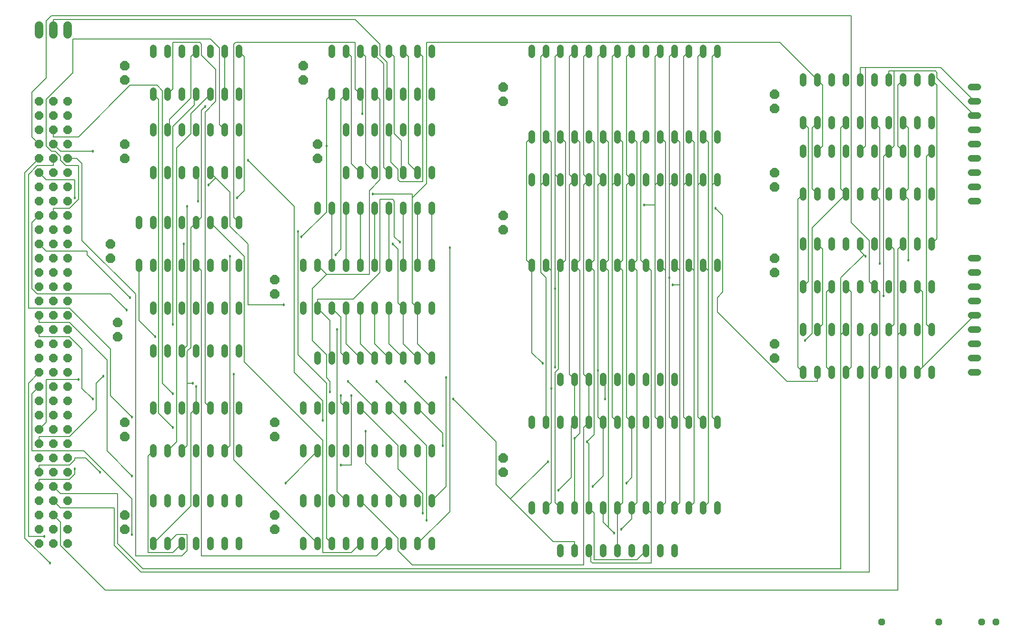
<source format=gbr>
G04 EAGLE Gerber RS-274X export*
G75*
%MOMM*%
%FSLAX34Y34*%
%LPD*%
%INBottom Copper*%
%IPPOS*%
%AMOC8*
5,1,8,0,0,1.08239X$1,22.5*%
G01*
%ADD10P,1.649562X8X202.500000*%
%ADD11P,1.319650X8X202.500000*%
%ADD12C,1.219200*%
%ADD13P,1.814519X8X112.500000*%
%ADD14C,1.524000*%
%ADD15C,0.152400*%
%ADD16C,0.457200*%


D10*
X50800Y177800D03*
X50800Y203200D03*
X50800Y228600D03*
X50800Y254000D03*
X50800Y279400D03*
X50800Y304800D03*
X50800Y330200D03*
X50800Y355600D03*
X50800Y381000D03*
X50800Y406400D03*
X50800Y431800D03*
X50800Y457200D03*
X50800Y482600D03*
X50800Y508000D03*
X50800Y533400D03*
X50800Y558800D03*
X76200Y177800D03*
X76200Y203200D03*
X76200Y228600D03*
X76200Y254000D03*
X76200Y279400D03*
X76200Y304800D03*
X76200Y330200D03*
X76200Y355600D03*
X76200Y381000D03*
X76200Y406400D03*
X76200Y431800D03*
X76200Y457200D03*
X76200Y482600D03*
X76200Y508000D03*
X76200Y533400D03*
X76200Y558800D03*
X101600Y177800D03*
X101600Y203200D03*
X101600Y228600D03*
X101600Y254000D03*
X101600Y279400D03*
X101600Y304800D03*
X101600Y330200D03*
X101600Y355600D03*
X101600Y381000D03*
X101600Y406400D03*
X101600Y431800D03*
X101600Y457200D03*
X101600Y482600D03*
X101600Y508000D03*
X101600Y533400D03*
X101600Y558800D03*
X50800Y584200D03*
X50800Y609600D03*
X50800Y635000D03*
X50800Y660400D03*
X50800Y685800D03*
X50800Y711200D03*
X50800Y736600D03*
X50800Y762000D03*
X50800Y787400D03*
X50800Y812800D03*
X50800Y838200D03*
X50800Y863600D03*
X50800Y889000D03*
X50800Y914400D03*
X50800Y939800D03*
X50800Y965200D03*
X76200Y584200D03*
X76200Y609600D03*
X76200Y635000D03*
X76200Y660400D03*
X76200Y685800D03*
X76200Y711200D03*
X76200Y736600D03*
X76200Y762000D03*
X76200Y787400D03*
X76200Y812800D03*
X76200Y838200D03*
X76200Y863600D03*
X76200Y889000D03*
X76200Y914400D03*
X76200Y939800D03*
X76200Y965200D03*
X101600Y584200D03*
X101600Y609600D03*
X101600Y635000D03*
X101600Y660400D03*
X101600Y685800D03*
X101600Y711200D03*
X101600Y736600D03*
X101600Y762000D03*
X101600Y787400D03*
X101600Y812800D03*
X101600Y838200D03*
X101600Y863600D03*
X101600Y889000D03*
X101600Y914400D03*
X101600Y939800D03*
X101600Y965200D03*
D11*
X1752600Y38100D03*
X1727200Y38100D03*
X1651000Y38100D03*
X1549400Y38100D03*
D12*
X927100Y895604D02*
X927100Y907796D01*
X952500Y907796D02*
X952500Y895604D01*
X977900Y895604D02*
X977900Y907796D01*
X1003300Y907796D02*
X1003300Y895604D01*
X1028700Y895604D02*
X1028700Y907796D01*
X1054100Y907796D02*
X1054100Y895604D01*
X1079500Y895604D02*
X1079500Y907796D01*
X1104900Y907796D02*
X1104900Y895604D01*
X1130300Y895604D02*
X1130300Y907796D01*
X1155700Y907796D02*
X1155700Y895604D01*
X1181100Y895604D02*
X1181100Y907796D01*
X1206500Y907796D02*
X1206500Y895604D01*
X1231900Y895604D02*
X1231900Y907796D01*
X1257300Y907796D02*
X1257300Y895604D01*
X1257300Y1048004D02*
X1257300Y1060196D01*
X1231900Y1060196D02*
X1231900Y1048004D01*
X1206500Y1048004D02*
X1206500Y1060196D01*
X1181100Y1060196D02*
X1181100Y1048004D01*
X1155700Y1048004D02*
X1155700Y1060196D01*
X1130300Y1060196D02*
X1130300Y1048004D01*
X1104900Y1048004D02*
X1104900Y1060196D01*
X1079500Y1060196D02*
X1079500Y1048004D01*
X1054100Y1048004D02*
X1054100Y1060196D01*
X1028700Y1060196D02*
X1028700Y1048004D01*
X1003300Y1048004D02*
X1003300Y1060196D01*
X977900Y1060196D02*
X977900Y1048004D01*
X952500Y1048004D02*
X952500Y1060196D01*
X927100Y1060196D02*
X927100Y1048004D01*
X927100Y679196D02*
X927100Y667004D01*
X952500Y667004D02*
X952500Y679196D01*
X977900Y679196D02*
X977900Y667004D01*
X1003300Y667004D02*
X1003300Y679196D01*
X1028700Y679196D02*
X1028700Y667004D01*
X1054100Y667004D02*
X1054100Y679196D01*
X1079500Y679196D02*
X1079500Y667004D01*
X1104900Y667004D02*
X1104900Y679196D01*
X1130300Y679196D02*
X1130300Y667004D01*
X1155700Y667004D02*
X1155700Y679196D01*
X1181100Y679196D02*
X1181100Y667004D01*
X1206500Y667004D02*
X1206500Y679196D01*
X1231900Y679196D02*
X1231900Y667004D01*
X1257300Y667004D02*
X1257300Y679196D01*
X1257300Y819404D02*
X1257300Y831596D01*
X1231900Y831596D02*
X1231900Y819404D01*
X1206500Y819404D02*
X1206500Y831596D01*
X1181100Y831596D02*
X1181100Y819404D01*
X1155700Y819404D02*
X1155700Y831596D01*
X1130300Y831596D02*
X1130300Y819404D01*
X1104900Y819404D02*
X1104900Y831596D01*
X1079500Y831596D02*
X1079500Y819404D01*
X1054100Y819404D02*
X1054100Y831596D01*
X1028700Y831596D02*
X1028700Y819404D01*
X1003300Y819404D02*
X1003300Y831596D01*
X977900Y831596D02*
X977900Y819404D01*
X952500Y819404D02*
X952500Y831596D01*
X927100Y831596D02*
X927100Y819404D01*
X977900Y171196D02*
X977900Y159004D01*
X1003300Y159004D02*
X1003300Y171196D01*
X1028700Y171196D02*
X1028700Y159004D01*
X1054100Y159004D02*
X1054100Y171196D01*
X1079500Y171196D02*
X1079500Y159004D01*
X1104900Y159004D02*
X1104900Y171196D01*
X1130300Y171196D02*
X1130300Y159004D01*
X1155700Y159004D02*
X1155700Y171196D01*
X1181100Y171196D02*
X1181100Y159004D01*
X977900Y463804D02*
X977900Y475996D01*
X1003300Y475996D02*
X1003300Y463804D01*
X1028700Y463804D02*
X1028700Y475996D01*
X1054100Y475996D02*
X1054100Y463804D01*
X1079500Y463804D02*
X1079500Y475996D01*
X1104900Y475996D02*
X1104900Y463804D01*
X1130300Y463804D02*
X1130300Y475996D01*
X1155700Y475996D02*
X1155700Y463804D01*
X1181100Y463804D02*
X1181100Y475996D01*
X254000Y832104D02*
X254000Y844296D01*
X279400Y844296D02*
X279400Y832104D01*
X406400Y832104D02*
X406400Y844296D01*
X406400Y908304D02*
X406400Y920496D01*
X304800Y844296D02*
X304800Y832104D01*
X330200Y832104D02*
X330200Y844296D01*
X381000Y844296D02*
X381000Y832104D01*
X355600Y832104D02*
X355600Y844296D01*
X381000Y908304D02*
X381000Y920496D01*
X355600Y920496D02*
X355600Y908304D01*
X330200Y908304D02*
X330200Y920496D01*
X304800Y920496D02*
X304800Y908304D01*
X279400Y908304D02*
X279400Y920496D01*
X254000Y920496D02*
X254000Y908304D01*
X571500Y971804D02*
X571500Y983996D01*
X596900Y983996D02*
X596900Y971804D01*
X723900Y971804D02*
X723900Y983996D01*
X749300Y983996D02*
X749300Y971804D01*
X622300Y971804D02*
X622300Y983996D01*
X647700Y983996D02*
X647700Y971804D01*
X698500Y971804D02*
X698500Y983996D01*
X673100Y983996D02*
X673100Y971804D01*
X749300Y1048004D02*
X749300Y1060196D01*
X723900Y1060196D02*
X723900Y1048004D01*
X698500Y1048004D02*
X698500Y1060196D01*
X673100Y1060196D02*
X673100Y1048004D01*
X647700Y1048004D02*
X647700Y1060196D01*
X622300Y1060196D02*
X622300Y1048004D01*
X596900Y1048004D02*
X596900Y1060196D01*
X571500Y1060196D02*
X571500Y1048004D01*
X520700Y348996D02*
X520700Y336804D01*
X546100Y336804D02*
X546100Y348996D01*
X673100Y348996D02*
X673100Y336804D01*
X698500Y336804D02*
X698500Y348996D01*
X571500Y348996D02*
X571500Y336804D01*
X596900Y336804D02*
X596900Y348996D01*
X647700Y348996D02*
X647700Y336804D01*
X622300Y336804D02*
X622300Y348996D01*
X723900Y348996D02*
X723900Y336804D01*
X749300Y336804D02*
X749300Y348996D01*
X749300Y413004D02*
X749300Y425196D01*
X723900Y425196D02*
X723900Y413004D01*
X698500Y413004D02*
X698500Y425196D01*
X673100Y425196D02*
X673100Y413004D01*
X647700Y413004D02*
X647700Y425196D01*
X622300Y425196D02*
X622300Y413004D01*
X596900Y413004D02*
X596900Y425196D01*
X571500Y425196D02*
X571500Y413004D01*
X546100Y413004D02*
X546100Y425196D01*
X520700Y425196D02*
X520700Y413004D01*
X520700Y183896D02*
X520700Y171704D01*
X546100Y171704D02*
X546100Y183896D01*
X673100Y183896D02*
X673100Y171704D01*
X698500Y171704D02*
X698500Y183896D01*
X571500Y183896D02*
X571500Y171704D01*
X596900Y171704D02*
X596900Y183896D01*
X647700Y183896D02*
X647700Y171704D01*
X622300Y171704D02*
X622300Y183896D01*
X723900Y183896D02*
X723900Y171704D01*
X749300Y171704D02*
X749300Y183896D01*
X749300Y247904D02*
X749300Y260096D01*
X723900Y260096D02*
X723900Y247904D01*
X698500Y247904D02*
X698500Y260096D01*
X673100Y260096D02*
X673100Y247904D01*
X647700Y247904D02*
X647700Y260096D01*
X622300Y260096D02*
X622300Y247904D01*
X596900Y247904D02*
X596900Y260096D01*
X571500Y260096D02*
X571500Y247904D01*
X546100Y247904D02*
X546100Y260096D01*
X520700Y260096D02*
X520700Y247904D01*
X596900Y832104D02*
X596900Y844296D01*
X622300Y844296D02*
X622300Y832104D01*
X749300Y832104D02*
X749300Y844296D01*
X749300Y908304D02*
X749300Y920496D01*
X647700Y844296D02*
X647700Y832104D01*
X673100Y832104D02*
X673100Y844296D01*
X723900Y844296D02*
X723900Y832104D01*
X698500Y832104D02*
X698500Y844296D01*
X723900Y908304D02*
X723900Y920496D01*
X698500Y920496D02*
X698500Y908304D01*
X673100Y908304D02*
X673100Y920496D01*
X647700Y920496D02*
X647700Y908304D01*
X622300Y908304D02*
X622300Y920496D01*
X596900Y920496D02*
X596900Y908304D01*
X520700Y602996D02*
X520700Y590804D01*
X546100Y590804D02*
X546100Y602996D01*
X673100Y602996D02*
X673100Y590804D01*
X698500Y590804D02*
X698500Y602996D01*
X571500Y602996D02*
X571500Y590804D01*
X596900Y590804D02*
X596900Y602996D01*
X647700Y602996D02*
X647700Y590804D01*
X622300Y590804D02*
X622300Y602996D01*
X723900Y602996D02*
X723900Y590804D01*
X749300Y590804D02*
X749300Y602996D01*
X749300Y667004D02*
X749300Y679196D01*
X723900Y679196D02*
X723900Y667004D01*
X698500Y667004D02*
X698500Y679196D01*
X673100Y679196D02*
X673100Y667004D01*
X647700Y667004D02*
X647700Y679196D01*
X622300Y679196D02*
X622300Y667004D01*
X596900Y667004D02*
X596900Y679196D01*
X571500Y679196D02*
X571500Y667004D01*
X546100Y667004D02*
X546100Y679196D01*
X520700Y679196D02*
X520700Y667004D01*
X546100Y514096D02*
X546100Y501904D01*
X571500Y501904D02*
X571500Y514096D01*
X596900Y514096D02*
X596900Y501904D01*
X622300Y501904D02*
X622300Y514096D01*
X647700Y514096D02*
X647700Y501904D01*
X673100Y501904D02*
X673100Y514096D01*
X698500Y514096D02*
X698500Y501904D01*
X723900Y501904D02*
X723900Y514096D01*
X749300Y514096D02*
X749300Y501904D01*
X546100Y768604D02*
X546100Y780796D01*
X571500Y780796D02*
X571500Y768604D01*
X596900Y768604D02*
X596900Y780796D01*
X622300Y780796D02*
X622300Y768604D01*
X647700Y768604D02*
X647700Y780796D01*
X673100Y780796D02*
X673100Y768604D01*
X698500Y768604D02*
X698500Y780796D01*
X723900Y780796D02*
X723900Y768604D01*
X749300Y768604D02*
X749300Y780796D01*
X228600Y679196D02*
X228600Y667004D01*
X254000Y667004D02*
X254000Y679196D01*
X381000Y679196D02*
X381000Y667004D01*
X406400Y667004D02*
X406400Y679196D01*
X279400Y679196D02*
X279400Y667004D01*
X304800Y667004D02*
X304800Y679196D01*
X355600Y679196D02*
X355600Y667004D01*
X330200Y667004D02*
X330200Y679196D01*
X406400Y743204D02*
X406400Y755396D01*
X381000Y755396D02*
X381000Y743204D01*
X355600Y743204D02*
X355600Y755396D01*
X330200Y755396D02*
X330200Y743204D01*
X304800Y743204D02*
X304800Y755396D01*
X279400Y755396D02*
X279400Y743204D01*
X254000Y743204D02*
X254000Y755396D01*
X228600Y755396D02*
X228600Y743204D01*
X254000Y526796D02*
X254000Y514604D01*
X279400Y514604D02*
X279400Y526796D01*
X406400Y526796D02*
X406400Y514604D01*
X406400Y590804D02*
X406400Y602996D01*
X304800Y526796D02*
X304800Y514604D01*
X330200Y514604D02*
X330200Y526796D01*
X381000Y526796D02*
X381000Y514604D01*
X355600Y514604D02*
X355600Y526796D01*
X381000Y590804D02*
X381000Y602996D01*
X355600Y602996D02*
X355600Y590804D01*
X330200Y590804D02*
X330200Y602996D01*
X304800Y602996D02*
X304800Y590804D01*
X279400Y590804D02*
X279400Y602996D01*
X254000Y602996D02*
X254000Y590804D01*
X254000Y971804D02*
X254000Y983996D01*
X279400Y983996D02*
X279400Y971804D01*
X406400Y971804D02*
X406400Y983996D01*
X406400Y1048004D02*
X406400Y1060196D01*
X304800Y983996D02*
X304800Y971804D01*
X330200Y971804D02*
X330200Y983996D01*
X381000Y983996D02*
X381000Y971804D01*
X355600Y971804D02*
X355600Y983996D01*
X381000Y1048004D02*
X381000Y1060196D01*
X355600Y1060196D02*
X355600Y1048004D01*
X330200Y1048004D02*
X330200Y1060196D01*
X304800Y1060196D02*
X304800Y1048004D01*
X279400Y1048004D02*
X279400Y1060196D01*
X254000Y1060196D02*
X254000Y1048004D01*
X927100Y247396D02*
X927100Y235204D01*
X952500Y235204D02*
X952500Y247396D01*
X977900Y247396D02*
X977900Y235204D01*
X1003300Y235204D02*
X1003300Y247396D01*
X1028700Y247396D02*
X1028700Y235204D01*
X1054100Y235204D02*
X1054100Y247396D01*
X1079500Y247396D02*
X1079500Y235204D01*
X1104900Y235204D02*
X1104900Y247396D01*
X1130300Y247396D02*
X1130300Y235204D01*
X1155700Y235204D02*
X1155700Y247396D01*
X1181100Y247396D02*
X1181100Y235204D01*
X1206500Y235204D02*
X1206500Y247396D01*
X1231900Y247396D02*
X1231900Y235204D01*
X1257300Y235204D02*
X1257300Y247396D01*
X1257300Y387604D02*
X1257300Y399796D01*
X1231900Y399796D02*
X1231900Y387604D01*
X1206500Y387604D02*
X1206500Y399796D01*
X1181100Y399796D02*
X1181100Y387604D01*
X1155700Y387604D02*
X1155700Y399796D01*
X1130300Y399796D02*
X1130300Y387604D01*
X1104900Y387604D02*
X1104900Y399796D01*
X1079500Y399796D02*
X1079500Y387604D01*
X1054100Y387604D02*
X1054100Y399796D01*
X1028700Y399796D02*
X1028700Y387604D01*
X1003300Y387604D02*
X1003300Y399796D01*
X977900Y399796D02*
X977900Y387604D01*
X952500Y387604D02*
X952500Y399796D01*
X927100Y399796D02*
X927100Y387604D01*
D13*
X876300Y965200D03*
X876300Y990600D03*
X876300Y736600D03*
X876300Y762000D03*
X876300Y304800D03*
X876300Y330200D03*
X469900Y203200D03*
X469900Y228600D03*
X469900Y368300D03*
X469900Y393700D03*
X469900Y622300D03*
X469900Y647700D03*
X546100Y863600D03*
X546100Y889000D03*
X520700Y1003300D03*
X520700Y1028700D03*
X203200Y1003300D03*
X203200Y1028700D03*
X203200Y863600D03*
X203200Y889000D03*
X177800Y685800D03*
X177800Y711200D03*
X190500Y546100D03*
X190500Y571500D03*
X203200Y368300D03*
X203200Y393700D03*
D12*
X254000Y348996D02*
X254000Y336804D01*
X279400Y336804D02*
X279400Y348996D01*
X406400Y348996D02*
X406400Y336804D01*
X406400Y413004D02*
X406400Y425196D01*
X304800Y348996D02*
X304800Y336804D01*
X330200Y336804D02*
X330200Y348996D01*
X381000Y348996D02*
X381000Y336804D01*
X355600Y336804D02*
X355600Y348996D01*
X381000Y413004D02*
X381000Y425196D01*
X355600Y425196D02*
X355600Y413004D01*
X330200Y413004D02*
X330200Y425196D01*
X304800Y425196D02*
X304800Y413004D01*
X279400Y413004D02*
X279400Y425196D01*
X254000Y425196D02*
X254000Y413004D01*
X1708404Y787400D02*
X1720596Y787400D01*
X1720596Y812800D02*
X1708404Y812800D01*
X1708404Y838200D02*
X1720596Y838200D01*
X1720596Y863600D02*
X1708404Y863600D01*
X1708404Y889000D02*
X1720596Y889000D01*
X1720596Y914400D02*
X1708404Y914400D01*
X1708404Y939800D02*
X1720596Y939800D01*
X1720596Y965200D02*
X1708404Y965200D01*
X1708404Y990600D02*
X1720596Y990600D01*
X1720596Y482600D02*
X1708404Y482600D01*
X1708404Y508000D02*
X1720596Y508000D01*
X1720596Y533400D02*
X1708404Y533400D01*
X1708404Y558800D02*
X1720596Y558800D01*
X1720596Y584200D02*
X1708404Y584200D01*
X1708404Y609600D02*
X1720596Y609600D01*
X1720596Y635000D02*
X1708404Y635000D01*
X1708404Y660400D02*
X1720596Y660400D01*
X1720596Y685800D02*
X1708404Y685800D01*
D13*
X1358900Y952500D03*
X1358900Y977900D03*
X1358900Y812800D03*
X1358900Y838200D03*
X1358900Y660400D03*
X1358900Y685800D03*
X1358900Y508000D03*
X1358900Y533400D03*
D14*
X50800Y1084580D02*
X50800Y1099820D01*
X76200Y1099820D02*
X76200Y1084580D01*
X101600Y1084580D02*
X101600Y1099820D01*
D12*
X254000Y183896D02*
X254000Y171704D01*
X279400Y171704D02*
X279400Y183896D01*
X406400Y183896D02*
X406400Y171704D01*
X406400Y247904D02*
X406400Y260096D01*
X304800Y183896D02*
X304800Y171704D01*
X330200Y171704D02*
X330200Y183896D01*
X381000Y183896D02*
X381000Y171704D01*
X355600Y171704D02*
X355600Y183896D01*
X381000Y247904D02*
X381000Y260096D01*
X355600Y260096D02*
X355600Y247904D01*
X330200Y247904D02*
X330200Y260096D01*
X304800Y260096D02*
X304800Y247904D01*
X279400Y247904D02*
X279400Y260096D01*
X254000Y260096D02*
X254000Y247904D01*
D13*
X203200Y203200D03*
X203200Y228600D03*
D12*
X1409700Y921004D02*
X1409700Y933196D01*
X1435100Y933196D02*
X1435100Y921004D01*
X1562100Y921004D02*
X1562100Y933196D01*
X1587500Y933196D02*
X1587500Y921004D01*
X1460500Y921004D02*
X1460500Y933196D01*
X1485900Y933196D02*
X1485900Y921004D01*
X1536700Y921004D02*
X1536700Y933196D01*
X1511300Y933196D02*
X1511300Y921004D01*
X1612900Y921004D02*
X1612900Y933196D01*
X1638300Y933196D02*
X1638300Y921004D01*
X1638300Y997204D02*
X1638300Y1009396D01*
X1612900Y1009396D02*
X1612900Y997204D01*
X1587500Y997204D02*
X1587500Y1009396D01*
X1562100Y1009396D02*
X1562100Y997204D01*
X1536700Y997204D02*
X1536700Y1009396D01*
X1511300Y1009396D02*
X1511300Y997204D01*
X1485900Y997204D02*
X1485900Y1009396D01*
X1460500Y1009396D02*
X1460500Y997204D01*
X1435100Y997204D02*
X1435100Y1009396D01*
X1409700Y1009396D02*
X1409700Y997204D01*
X1409700Y641096D02*
X1409700Y628904D01*
X1435100Y628904D02*
X1435100Y641096D01*
X1562100Y641096D02*
X1562100Y628904D01*
X1587500Y628904D02*
X1587500Y641096D01*
X1460500Y641096D02*
X1460500Y628904D01*
X1485900Y628904D02*
X1485900Y641096D01*
X1536700Y641096D02*
X1536700Y628904D01*
X1511300Y628904D02*
X1511300Y641096D01*
X1612900Y641096D02*
X1612900Y628904D01*
X1638300Y628904D02*
X1638300Y641096D01*
X1638300Y705104D02*
X1638300Y717296D01*
X1612900Y717296D02*
X1612900Y705104D01*
X1587500Y705104D02*
X1587500Y717296D01*
X1562100Y717296D02*
X1562100Y705104D01*
X1536700Y705104D02*
X1536700Y717296D01*
X1511300Y717296D02*
X1511300Y705104D01*
X1485900Y705104D02*
X1485900Y717296D01*
X1460500Y717296D02*
X1460500Y705104D01*
X1435100Y705104D02*
X1435100Y717296D01*
X1409700Y717296D02*
X1409700Y705104D01*
X1409700Y794004D02*
X1409700Y806196D01*
X1435100Y806196D02*
X1435100Y794004D01*
X1562100Y794004D02*
X1562100Y806196D01*
X1587500Y806196D02*
X1587500Y794004D01*
X1460500Y794004D02*
X1460500Y806196D01*
X1485900Y806196D02*
X1485900Y794004D01*
X1536700Y794004D02*
X1536700Y806196D01*
X1511300Y806196D02*
X1511300Y794004D01*
X1612900Y794004D02*
X1612900Y806196D01*
X1638300Y806196D02*
X1638300Y794004D01*
X1638300Y870204D02*
X1638300Y882396D01*
X1612900Y882396D02*
X1612900Y870204D01*
X1587500Y870204D02*
X1587500Y882396D01*
X1562100Y882396D02*
X1562100Y870204D01*
X1536700Y870204D02*
X1536700Y882396D01*
X1511300Y882396D02*
X1511300Y870204D01*
X1485900Y870204D02*
X1485900Y882396D01*
X1460500Y882396D02*
X1460500Y870204D01*
X1435100Y870204D02*
X1435100Y882396D01*
X1409700Y882396D02*
X1409700Y870204D01*
X1409700Y488696D02*
X1409700Y476504D01*
X1435100Y476504D02*
X1435100Y488696D01*
X1562100Y488696D02*
X1562100Y476504D01*
X1587500Y476504D02*
X1587500Y488696D01*
X1460500Y488696D02*
X1460500Y476504D01*
X1485900Y476504D02*
X1485900Y488696D01*
X1536700Y488696D02*
X1536700Y476504D01*
X1511300Y476504D02*
X1511300Y488696D01*
X1612900Y488696D02*
X1612900Y476504D01*
X1638300Y476504D02*
X1638300Y488696D01*
X1638300Y552704D02*
X1638300Y564896D01*
X1612900Y564896D02*
X1612900Y552704D01*
X1587500Y552704D02*
X1587500Y564896D01*
X1562100Y564896D02*
X1562100Y552704D01*
X1536700Y552704D02*
X1536700Y564896D01*
X1511300Y564896D02*
X1511300Y552704D01*
X1485900Y552704D02*
X1485900Y564896D01*
X1460500Y564896D02*
X1460500Y552704D01*
X1435100Y552704D02*
X1435100Y564896D01*
X1409700Y564896D02*
X1409700Y552704D01*
D15*
X1425575Y917575D02*
X1435100Y927100D01*
X1425575Y917575D02*
X1425575Y809625D01*
X1435100Y800100D01*
X571500Y508000D02*
X568325Y511175D01*
X568325Y574675D01*
X546100Y596900D01*
X682625Y723900D02*
X692150Y714375D01*
X682625Y723900D02*
X682625Y787400D01*
X679450Y790575D01*
X657225Y790575D01*
X657225Y660400D01*
X609600Y612775D01*
X546100Y612775D01*
X546100Y596900D01*
D16*
X692150Y714375D03*
D15*
X1476375Y917575D02*
X1485900Y927100D01*
X1476375Y917575D02*
X1476375Y809625D01*
X1485900Y800100D01*
X596900Y508000D02*
X587375Y517525D01*
X587375Y581025D01*
X571500Y596900D01*
X1425575Y739775D02*
X1485900Y800100D01*
X1425575Y739775D02*
X1425575Y552450D01*
X1412875Y539750D01*
D16*
X1412875Y539750D03*
D15*
X1587500Y800100D02*
X1597025Y809625D01*
X1597025Y917575D01*
X1587500Y927100D01*
X647700Y508000D02*
X622300Y533400D01*
X622300Y596900D01*
X63500Y698500D02*
X50800Y711200D01*
X63500Y698500D02*
X136525Y698500D01*
X136525Y692150D01*
X212725Y615950D01*
X1587500Y800100D02*
X1597025Y790575D01*
X1597025Y682625D01*
D16*
X212725Y615950D03*
X1597025Y682625D03*
D15*
X1577975Y993775D02*
X1587500Y1003300D01*
X1577975Y993775D02*
X1577975Y885825D01*
X1587500Y876300D01*
X673100Y508000D02*
X647700Y533400D01*
X647700Y596900D01*
X1647825Y1006475D02*
X1714500Y939800D01*
X1647825Y1006475D02*
X1647825Y1016000D01*
X1644650Y1019175D01*
X1571625Y1019175D02*
X1562100Y1019175D01*
X1571625Y1019175D02*
X1644650Y1019175D01*
X1562100Y1019175D02*
X1562100Y1003300D01*
X1571625Y885825D02*
X1562100Y876300D01*
X1571625Y885825D02*
X1571625Y1019175D01*
X698500Y508000D02*
X673100Y533400D01*
X673100Y596900D01*
X50800Y762000D02*
X38100Y749300D01*
X38100Y631825D01*
X47625Y622300D01*
X177800Y622300D01*
X206375Y593725D01*
X1552575Y866775D02*
X1562100Y876300D01*
X1552575Y866775D02*
X1552575Y619125D01*
D16*
X206375Y593725D03*
X1552575Y619125D03*
D15*
X1714500Y965200D02*
X1654175Y1025525D01*
X1520825Y1025525D02*
X1511300Y1025525D01*
X1520825Y1025525D02*
X1654175Y1025525D01*
X1511300Y1025525D02*
X1511300Y1003300D01*
X1520825Y885825D02*
X1511300Y876300D01*
X1520825Y885825D02*
X1520825Y1025525D01*
X723900Y508000D02*
X698500Y533400D01*
X698500Y596900D01*
X688975Y701675D02*
X679450Y711200D01*
X688975Y701675D02*
X688975Y606425D01*
X698500Y596900D01*
D16*
X679450Y711200D03*
D15*
X50800Y863600D02*
X25400Y838200D01*
X25400Y187325D01*
X69850Y142875D01*
X1485900Y635000D02*
X1495425Y625475D01*
X1495425Y492125D01*
X1485900Y482600D01*
D16*
X69850Y142875D03*
D15*
X50800Y889000D02*
X38100Y901700D01*
X38100Y981075D01*
X63500Y1006475D01*
X63500Y1108075D01*
X73025Y1117600D01*
X1495425Y1117600D01*
X1495425Y749300D01*
X1527175Y717550D01*
X1527175Y644525D01*
X1536700Y635000D01*
X1546225Y492125D02*
X1536700Y482600D01*
X1546225Y492125D02*
X1546225Y625475D01*
X1536700Y635000D01*
X1622425Y492125D02*
X1612900Y482600D01*
X1622425Y492125D02*
X1714500Y584200D01*
X1622425Y625475D02*
X1612900Y635000D01*
X1622425Y625475D02*
X1622425Y492125D01*
X88900Y215900D02*
X76200Y228600D01*
X88900Y215900D02*
X88900Y174625D01*
X168275Y95250D01*
X1577975Y95250D01*
X1577975Y549275D01*
X1587500Y558800D01*
X1577975Y701675D02*
X1587500Y711200D01*
X1577975Y701675D02*
X1577975Y549275D01*
X88900Y241300D02*
X76200Y254000D01*
X88900Y241300D02*
X184150Y241300D01*
X184150Y174625D01*
X231775Y127000D01*
X1527175Y127000D01*
X1527175Y549275D01*
X1536700Y558800D01*
X1571625Y701675D02*
X1562100Y711200D01*
X1571625Y701675D02*
X1571625Y568325D01*
X1562100Y558800D01*
X1517650Y692150D02*
X1511300Y698500D01*
X1517650Y692150D02*
X1520825Y688975D01*
X1511300Y698500D02*
X1511300Y711200D01*
X88900Y266700D02*
X76200Y279400D01*
X88900Y266700D02*
X190500Y266700D01*
X190500Y177800D01*
X234950Y133350D01*
X1476375Y133350D01*
X1476375Y549275D01*
X1485900Y558800D01*
X1476375Y650875D02*
X1517650Y692150D01*
X1476375Y650875D02*
X1476375Y549275D01*
D16*
X1520825Y688975D03*
D15*
X606425Y317500D02*
X587375Y317500D01*
X606425Y317500D02*
X606425Y441325D01*
X1435100Y711200D02*
X1444625Y701675D01*
X1444625Y568325D01*
X1435100Y558800D01*
D16*
X587375Y317500D03*
X606425Y441325D03*
D15*
X1536700Y800100D02*
X1546225Y809625D01*
X1546225Y917575D01*
X1536700Y927100D01*
X622300Y508000D02*
X596900Y533400D01*
X596900Y596900D01*
X1536700Y800100D02*
X1546225Y790575D01*
X1546225Y676275D01*
D16*
X1546225Y676275D03*
D15*
X1435100Y876300D02*
X1444625Y885825D01*
X1444625Y993775D01*
X1435100Y1003300D01*
X749300Y508000D02*
X723900Y533400D01*
X723900Y596900D01*
X714375Y800100D02*
X644525Y800100D01*
X714375Y793750D02*
X714375Y606425D01*
X714375Y793750D02*
X714375Y800100D01*
X714375Y606425D02*
X723900Y596900D01*
X1368425Y1069975D02*
X1435100Y1003300D01*
X1368425Y1069975D02*
X739775Y1069975D01*
X739775Y819150D01*
X714375Y793750D01*
D16*
X644525Y800100D03*
D15*
X63500Y825500D02*
X50800Y838200D01*
X63500Y825500D02*
X114300Y825500D01*
X114300Y793750D01*
X1254125Y774700D02*
X1266825Y762000D01*
X1266825Y625475D01*
X1257300Y615950D01*
X1257300Y590550D01*
X1381125Y466725D01*
X1435100Y466725D01*
X1435100Y482600D01*
X1450975Y625475D02*
X1460500Y635000D01*
X1450975Y625475D02*
X1450975Y492125D01*
X1460500Y482600D01*
D16*
X114300Y793750D03*
X1254125Y774700D03*
D15*
X546100Y342900D02*
X488950Y285750D01*
D16*
X488950Y285750D03*
D15*
X114300Y301625D02*
X114300Y311150D01*
X114300Y301625D02*
X104775Y292100D01*
X50800Y292100D01*
X50800Y279400D01*
D16*
X114300Y311150D03*
D15*
X133350Y330200D02*
X158750Y304800D01*
X133350Y330200D02*
X114300Y330200D01*
X114300Y327025D01*
X104775Y317500D01*
X50800Y317500D01*
X50800Y304800D01*
D16*
X158750Y304800D03*
D15*
X701675Y466725D02*
X749300Y419100D01*
D16*
X701675Y466725D03*
D15*
X698500Y419100D02*
X650875Y466725D01*
X165100Y476250D02*
X152400Y463550D01*
X152400Y415925D01*
X104775Y368300D01*
X50800Y368300D01*
X50800Y355600D01*
D16*
X650875Y466725D03*
X165100Y476250D03*
D15*
X600075Y466725D02*
X647700Y419100D01*
X120650Y469900D02*
X63500Y469900D01*
X63500Y393700D01*
X50800Y381000D01*
D16*
X600075Y466725D03*
X120650Y469900D03*
D15*
X587375Y428625D02*
X596900Y419100D01*
X587375Y428625D02*
X587375Y441325D01*
D16*
X587375Y441325D03*
D15*
X396875Y327025D02*
X546100Y177800D01*
X396875Y327025D02*
X396875Y479425D01*
D16*
X396875Y479425D03*
D15*
X215900Y257175D02*
X215900Y193675D01*
X215900Y257175D02*
X130175Y342900D01*
X38100Y342900D01*
X38100Y444500D01*
X50800Y457200D01*
D16*
X215900Y193675D03*
D15*
X60325Y190500D02*
X31750Y190500D01*
X31750Y463550D01*
X50800Y482600D01*
D16*
X60325Y190500D03*
D15*
X749300Y254000D02*
X774700Y279400D01*
X774700Y473075D01*
D16*
X774700Y473075D03*
D15*
X631825Y320675D02*
X698500Y254000D01*
X631825Y320675D02*
X631825Y377825D01*
X146050Y434975D02*
X127000Y454025D01*
X127000Y523875D01*
X104775Y546100D01*
X50800Y546100D01*
X50800Y558800D01*
D16*
X631825Y377825D03*
X146050Y434975D03*
D15*
X171450Y342900D02*
X215900Y298450D01*
X171450Y342900D02*
X171450Y504825D01*
X104775Y571500D01*
X50800Y571500D01*
X50800Y584200D01*
D16*
X215900Y298450D03*
D15*
X581025Y269875D02*
X596900Y254000D01*
X581025Y269875D02*
X581025Y558800D01*
X327025Y974725D02*
X330200Y977900D01*
X327025Y974725D02*
X327025Y958850D01*
X288925Y920750D01*
X288925Y568325D01*
D16*
X581025Y558800D03*
X288925Y568325D03*
D15*
X381000Y914400D02*
X371475Y923925D01*
X371475Y1060450D01*
X355600Y1076325D01*
X111125Y1076325D01*
X111125Y1016000D01*
X63500Y968375D01*
X63500Y885825D01*
X73025Y876300D01*
X79375Y876300D01*
X88900Y866775D01*
X88900Y860425D01*
X98425Y850900D01*
X120650Y850900D01*
X120650Y790575D01*
X104775Y774700D01*
X76200Y774700D01*
X76200Y762000D01*
X422275Y603250D02*
X485775Y603250D01*
X422275Y603250D02*
X422275Y711200D01*
X390525Y742950D01*
X390525Y803275D01*
X365125Y828675D02*
X355600Y838200D01*
X365125Y828675D02*
X390525Y803275D01*
X365125Y828675D02*
X352425Y815975D01*
D16*
X485775Y603250D03*
X352425Y815975D03*
D15*
X1409700Y635000D02*
X1419225Y644525D01*
X1419225Y917575D01*
X1409700Y927100D01*
X1400175Y492125D02*
X1409700Y482600D01*
X1400175Y492125D02*
X1400175Y790575D01*
X1409700Y800100D01*
X88900Y876300D02*
X76200Y889000D01*
X88900Y876300D02*
X146050Y876300D01*
D16*
X146050Y876300D03*
D15*
X546100Y673100D02*
X561975Y657225D01*
X638175Y657225D01*
X638175Y806450D01*
X657225Y825500D01*
X657225Y968375D01*
X647700Y977900D01*
X320675Y244475D02*
X254000Y177800D01*
X320675Y244475D02*
X320675Y409575D01*
X330200Y419100D01*
X330200Y457200D01*
X536575Y631825D02*
X561975Y657225D01*
X536575Y631825D02*
X536575Y539750D01*
X561975Y514350D01*
X561975Y473075D01*
X568325Y466725D01*
X568325Y447675D01*
D16*
X330200Y457200D03*
X568325Y447675D03*
D15*
X295275Y193675D02*
X279400Y177800D01*
X295275Y193675D02*
X314325Y193675D01*
X314325Y165100D01*
X304800Y155575D01*
X222250Y155575D01*
X222250Y622300D01*
X127000Y717550D01*
X127000Y854075D01*
X117475Y863600D01*
X101600Y863600D01*
X177800Y441325D02*
X215900Y403225D01*
X177800Y441325D02*
X177800Y523875D01*
X104775Y596900D01*
X31750Y596900D01*
X31750Y835025D01*
X47625Y850900D01*
X76200Y850900D01*
X76200Y863600D01*
D16*
X215900Y403225D03*
D15*
X269875Y463550D02*
X288925Y444500D01*
X269875Y463550D02*
X269875Y984250D01*
X260350Y993775D01*
X212725Y993775D01*
X120650Y901700D01*
X76200Y901700D01*
X76200Y914400D01*
D16*
X288925Y444500D03*
D15*
X1155700Y241300D02*
X1165225Y250825D01*
X1165225Y663575D01*
X1155700Y673100D01*
X1165225Y892175D02*
X1155700Y901700D01*
X1165225Y892175D02*
X1165225Y663575D01*
X863600Y358775D02*
X787400Y434975D01*
X863600Y358775D02*
X863600Y282575D01*
X889000Y257175D02*
X965200Y180975D01*
X889000Y257175D02*
X863600Y282575D01*
X965200Y180975D02*
X1003300Y180975D01*
X1003300Y165100D01*
X889000Y257175D02*
X955675Y323850D01*
D16*
X787400Y434975D03*
X955675Y323850D03*
D15*
X1130300Y673100D02*
X1120775Y682625D01*
X1120775Y892175D01*
X1130300Y901700D01*
X1028700Y165100D02*
X1031875Y161925D01*
X1031875Y146050D01*
X1035050Y142875D01*
X1139825Y142875D01*
X1139825Y231775D01*
X1130300Y241300D01*
X688975Y352425D02*
X622300Y419100D01*
X688975Y352425D02*
X688975Y311150D01*
X733425Y266700D01*
X733425Y231775D01*
X1139825Y663575D02*
X1130300Y673100D01*
X1139825Y663575D02*
X1139825Y231775D01*
D16*
X733425Y231775D03*
D15*
X1104900Y673100D02*
X1114425Y682625D01*
X1114425Y892175D01*
X1104900Y901700D01*
X1104900Y222250D02*
X1085850Y203200D01*
X1104900Y222250D02*
X1104900Y241300D01*
X739775Y352425D02*
X673100Y419100D01*
X739775Y352425D02*
X739775Y219075D01*
X1114425Y663575D02*
X1104900Y673100D01*
X1114425Y663575D02*
X1114425Y250825D01*
X1104900Y241300D01*
D16*
X1085850Y203200D03*
X739775Y219075D03*
D15*
X1079500Y673100D02*
X1089025Y682625D01*
X1089025Y892175D01*
X1079500Y901700D01*
X1079500Y241300D02*
X1079500Y165100D01*
X768350Y374650D02*
X723900Y419100D01*
X768350Y374650D02*
X768350Y352425D01*
X1089025Y663575D02*
X1079500Y673100D01*
X1089025Y663575D02*
X1089025Y250825D01*
X1079500Y241300D01*
D16*
X768350Y352425D03*
D15*
X1054100Y673100D02*
X1063625Y682625D01*
X1063625Y892175D01*
X1054100Y901700D01*
X1054100Y215900D02*
X1063625Y206375D01*
X1073150Y196850D01*
X1054100Y215900D02*
X1054100Y241300D01*
X1063625Y663575D02*
X1054100Y673100D01*
X1063625Y663575D02*
X1063625Y206375D01*
D16*
X1073150Y196850D03*
D15*
X1028700Y673100D02*
X1038225Y682625D01*
X1038225Y892175D01*
X1028700Y901700D01*
X1025525Y358775D02*
X1028700Y355600D01*
X1028700Y241300D01*
X1114425Y149225D02*
X1130300Y165100D01*
X1114425Y149225D02*
X1038225Y149225D01*
X1038225Y231775D01*
X1028700Y241300D01*
X1038225Y663575D02*
X1028700Y673100D01*
X1038225Y663575D02*
X1038225Y371475D01*
X1025525Y358775D01*
D16*
X1025525Y358775D03*
D15*
X1003300Y673100D02*
X1012825Y682625D01*
X1012825Y892175D01*
X1003300Y901700D01*
X1003300Y365125D02*
X1003300Y241300D01*
X1012825Y663575D02*
X1003300Y673100D01*
X1012825Y663575D02*
X1012825Y374650D01*
X1003300Y365125D01*
D16*
X1003300Y365125D03*
D15*
X977900Y673100D02*
X987425Y682625D01*
X987425Y892175D01*
X977900Y901700D01*
X977900Y673100D02*
X974725Y669925D01*
X974725Y488950D01*
X968375Y482600D01*
X968375Y250825D01*
X977900Y241300D01*
X1003300Y825500D02*
X993775Y835025D01*
X993775Y1044575D01*
X1003300Y1054100D01*
X996950Y295275D02*
X974725Y273050D01*
X996950Y295275D02*
X996950Y387350D01*
X1003300Y393700D01*
X1003300Y469900D01*
X993775Y815975D02*
X1003300Y825500D01*
X993775Y815975D02*
X993775Y479425D01*
X1003300Y469900D01*
D16*
X974725Y273050D03*
D15*
X1028700Y825500D02*
X1019175Y835025D01*
X1019175Y1044575D01*
X1028700Y1054100D01*
X622300Y254000D02*
X688975Y187325D01*
X688975Y165100D01*
X714375Y139700D01*
X1019175Y139700D01*
X1019175Y384175D01*
X1028700Y393700D01*
X1028700Y469900D01*
X1019175Y815975D02*
X1028700Y825500D01*
X1019175Y815975D02*
X1019175Y479425D01*
X1028700Y469900D01*
X1104900Y825500D02*
X1095375Y835025D01*
X1095375Y1044575D01*
X1104900Y1054100D01*
X1104900Y295275D02*
X1095375Y285750D01*
X1104900Y295275D02*
X1104900Y393700D01*
X1057275Y466725D02*
X1054100Y469900D01*
X1057275Y466725D02*
X1057275Y434975D01*
X1095375Y815975D02*
X1104900Y825500D01*
X1095375Y815975D02*
X1095375Y403225D01*
X1104900Y393700D01*
D16*
X1095375Y285750D03*
X1057275Y434975D03*
D15*
X1054100Y825500D02*
X1044575Y835025D01*
X1044575Y1044575D01*
X1054100Y1054100D01*
X1054100Y298450D02*
X1035050Y279400D01*
X1054100Y298450D02*
X1054100Y393700D01*
X1044575Y403225D02*
X1044575Y485775D01*
X1044575Y403225D02*
X1054100Y393700D01*
X1044575Y815975D02*
X1054100Y825500D01*
X1044575Y815975D02*
X1044575Y485775D01*
D16*
X1035050Y279400D03*
X1044575Y485775D03*
D15*
X307975Y676275D02*
X304800Y673100D01*
X307975Y676275D02*
X307975Y711200D01*
X517525Y723900D02*
X561975Y768350D01*
X561975Y885825D02*
X561975Y968375D01*
X561975Y885825D02*
X561975Y768350D01*
X561975Y968375D02*
X571500Y977900D01*
X962025Y250825D02*
X952500Y241300D01*
X962025Y454025D02*
X962025Y663575D01*
X962025Y454025D02*
X962025Y250825D01*
X962025Y663575D02*
X952500Y673100D01*
X962025Y892175D02*
X952500Y901700D01*
X962025Y892175D02*
X962025Y663575D01*
D16*
X307975Y711200D03*
X517525Y723900D03*
X962025Y454025D03*
X561975Y885825D03*
D15*
X587375Y701675D02*
X577850Y692150D01*
X587375Y701675D02*
X587375Y968375D01*
X596900Y977900D01*
X968375Y835025D02*
X977900Y825500D01*
X968375Y835025D02*
X968375Y1044575D01*
X977900Y1054100D01*
X968375Y835025D02*
X968375Y631825D01*
X968375Y492125D01*
D16*
X577850Y692150D03*
X968375Y492125D03*
X968375Y631825D03*
D15*
X406400Y749300D02*
X396875Y758825D01*
X396875Y1066800D01*
X400050Y1069975D01*
X612775Y1069975D01*
X612775Y987425D01*
X622300Y977900D01*
X917575Y682625D02*
X927100Y673100D01*
X917575Y682625D02*
X917575Y892175D01*
X927100Y901700D01*
X927100Y517525D02*
X946150Y498475D01*
X927100Y517525D02*
X927100Y673100D01*
X625475Y974725D02*
X622300Y977900D01*
X625475Y974725D02*
X625475Y942975D01*
D16*
X946150Y498475D03*
X625475Y942975D03*
D15*
X314325Y352425D02*
X304800Y342900D01*
X314325Y463550D02*
X314325Y520700D01*
X314325Y463550D02*
X314325Y352425D01*
X314325Y520700D02*
X320675Y527050D01*
X320675Y739775D01*
X330200Y749300D01*
X323850Y463550D02*
X314325Y463550D01*
X339725Y949325D02*
X346075Y955675D01*
X339725Y949325D02*
X339725Y758825D01*
X330200Y749300D01*
D16*
X323850Y463550D03*
X346075Y955675D03*
D15*
X571500Y774700D02*
X571500Y673100D01*
X1181100Y241300D02*
X1190625Y250825D01*
X1190625Y638175D02*
X1190625Y663575D01*
X1190625Y638175D02*
X1190625Y250825D01*
X1190625Y663575D02*
X1181100Y673100D01*
X1190625Y892175D02*
X1181100Y901700D01*
X1190625Y892175D02*
X1190625Y663575D01*
X1190625Y638175D02*
X1177925Y638175D01*
D16*
X1177925Y638175D03*
D15*
X596900Y673100D02*
X596900Y774700D01*
X1206500Y241300D02*
X1216025Y250825D01*
X1216025Y663575D01*
X1206500Y673100D01*
X1216025Y892175D02*
X1206500Y901700D01*
X1216025Y892175D02*
X1216025Y663575D01*
X622300Y673100D02*
X622300Y774700D01*
X1231900Y241300D02*
X1241425Y250825D01*
X1241425Y663575D01*
X1231900Y673100D01*
X1241425Y892175D02*
X1231900Y901700D01*
X1241425Y892175D02*
X1241425Y663575D01*
X647700Y673100D02*
X647700Y774700D01*
X1247775Y403225D02*
X1257300Y393700D01*
X1247775Y403225D02*
X1247775Y815975D01*
X1257300Y825500D01*
X1247775Y1044575D02*
X1257300Y1054100D01*
X1247775Y1044575D02*
X1247775Y815975D01*
X673100Y774700D02*
X673100Y673100D01*
X1222375Y403225D02*
X1231900Y393700D01*
X1222375Y403225D02*
X1222375Y815975D01*
X1231900Y825500D01*
X1222375Y1044575D02*
X1231900Y1054100D01*
X1222375Y1044575D02*
X1222375Y815975D01*
X698500Y774700D02*
X698500Y673100D01*
X1196975Y403225D02*
X1206500Y393700D01*
X1196975Y403225D02*
X1196975Y815975D01*
X1206500Y825500D01*
X1196975Y1044575D02*
X1206500Y1054100D01*
X1196975Y1044575D02*
X1196975Y815975D01*
X723900Y774700D02*
X723900Y673100D01*
X1171575Y403225D02*
X1181100Y393700D01*
X1171575Y650875D02*
X1171575Y815975D01*
X1171575Y650875D02*
X1171575Y403225D01*
X1171575Y815975D02*
X1181100Y825500D01*
X1171575Y1044575D02*
X1181100Y1054100D01*
X1171575Y1044575D02*
X1171575Y815975D01*
D16*
X1171575Y650875D03*
D15*
X749300Y673100D02*
X749300Y774700D01*
X1146175Y403225D02*
X1155700Y393700D01*
X1146175Y781050D02*
X1146175Y815975D01*
X1146175Y781050D02*
X1146175Y403225D01*
X1146175Y815975D02*
X1155700Y825500D01*
X1146175Y1044575D02*
X1155700Y1054100D01*
X1146175Y1044575D02*
X1146175Y815975D01*
X1146175Y781050D02*
X1127125Y781050D01*
D16*
X1127125Y781050D03*
D15*
X1069975Y403225D02*
X1079500Y393700D01*
X1069975Y403225D02*
X1069975Y815975D01*
X1079500Y825500D01*
X1069975Y1044575D02*
X1079500Y1054100D01*
X1069975Y1044575D02*
X1069975Y815975D01*
X333375Y835025D02*
X330200Y838200D01*
X333375Y835025D02*
X333375Y787400D01*
X952500Y650875D02*
X952500Y393700D01*
X952500Y650875D02*
X942975Y660400D01*
X942975Y815975D01*
X952500Y825500D01*
X942975Y1044575D02*
X952500Y1054100D01*
X942975Y1044575D02*
X942975Y815975D01*
D16*
X333375Y787400D03*
D15*
X673100Y914400D02*
X676275Y911225D01*
X676275Y857250D01*
X688975Y844550D01*
X688975Y825500D01*
X692150Y822325D01*
X733425Y822325D01*
X733425Y1044575D01*
X723900Y1054100D01*
X708025Y854075D02*
X723900Y838200D01*
X708025Y854075D02*
X708025Y1044575D01*
X698500Y1054100D01*
X695325Y841375D02*
X698500Y838200D01*
X695325Y841375D02*
X695325Y895350D01*
X682625Y908050D01*
X682625Y1044575D01*
X673100Y1054100D01*
X663575Y847725D02*
X673100Y838200D01*
X663575Y847725D02*
X663575Y1031875D01*
X647700Y1047750D01*
X647700Y1054100D01*
X631825Y854075D02*
X647700Y838200D01*
X631825Y854075D02*
X631825Y1044575D01*
X622300Y1054100D01*
X606425Y854075D02*
X622300Y838200D01*
X606425Y854075D02*
X606425Y1044575D01*
X596900Y1054100D01*
X781050Y234950D02*
X723900Y177800D01*
X781050Y234950D02*
X781050Y704850D01*
D16*
X781050Y704850D03*
D15*
X673100Y177800D02*
X650875Y155575D01*
X339725Y155575D01*
X339725Y663575D01*
X330200Y673100D01*
X622300Y177800D02*
X606425Y161925D01*
X555625Y161925D01*
X555625Y361950D01*
X415925Y501650D01*
X415925Y688975D01*
X355600Y749300D01*
X561975Y187325D02*
X571500Y177800D01*
X561975Y187325D02*
X561975Y463550D01*
X511175Y514350D01*
X511175Y733425D01*
D16*
X511175Y733425D03*
D15*
X257175Y546100D02*
X228600Y574675D01*
X228600Y673100D01*
D16*
X257175Y546100D03*
D15*
X346075Y428625D02*
X355600Y419100D01*
X346075Y428625D02*
X346075Y946150D01*
X365125Y965200D01*
X365125Y1022350D01*
X339725Y1047750D01*
X339725Y1066800D01*
X336550Y1069975D01*
X288925Y1069975D01*
X288925Y987425D01*
X279400Y977900D01*
X263525Y409575D02*
X288925Y384175D01*
X263525Y409575D02*
X263525Y968375D01*
X254000Y977900D01*
D16*
X288925Y384175D03*
D15*
X504825Y777875D02*
X422275Y860425D01*
X504825Y777875D02*
X504825Y482600D01*
X555625Y431800D01*
X555625Y396875D01*
D16*
X422275Y860425D03*
X555625Y396875D03*
D15*
X279400Y914400D02*
X282575Y917575D01*
X282575Y933450D01*
X320675Y971550D01*
X320675Y1044575D01*
X330200Y1054100D01*
X314325Y530225D02*
X304800Y520700D01*
X314325Y530225D02*
X314325Y777875D01*
X403225Y793750D02*
X415925Y806450D01*
X415925Y1044575D01*
X406400Y1054100D01*
D16*
X314325Y777875D03*
X403225Y793750D03*
D15*
X295275Y358775D02*
X279400Y342900D01*
X295275Y358775D02*
X295275Y882650D01*
X320675Y908050D01*
X320675Y942975D01*
X355600Y977900D01*
X390525Y352425D02*
X381000Y342900D01*
X390525Y352425D02*
X390525Y688975D01*
X1638300Y1003300D02*
X1647825Y993775D01*
X1647825Y720725D01*
X1638300Y711200D01*
D16*
X390525Y688975D03*
D15*
X1628775Y866775D02*
X1638300Y876300D01*
X1628775Y866775D02*
X1628775Y568325D01*
X1638300Y558800D01*
X381000Y977900D02*
X381000Y1054100D01*
X669925Y981075D02*
X673100Y977900D01*
X669925Y981075D02*
X669925Y1035050D01*
X657225Y1047750D01*
X657225Y1066800D01*
X612775Y1111250D01*
X76200Y1111250D01*
X76200Y1092200D01*
X304800Y177800D02*
X288925Y161925D01*
X244475Y161925D01*
X244475Y333375D01*
X254000Y342900D01*
M02*

</source>
